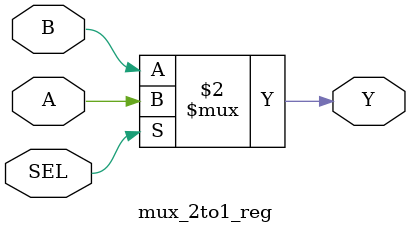
<source format=v>

module mux_2to1_reg
(
  input A,
  input B,
  input SEL,
  output Y
);

  reg Y;

  always @(A or B or SEL) begin
    Y <= (SEL)? A : B;
  end


endmodule

</source>
